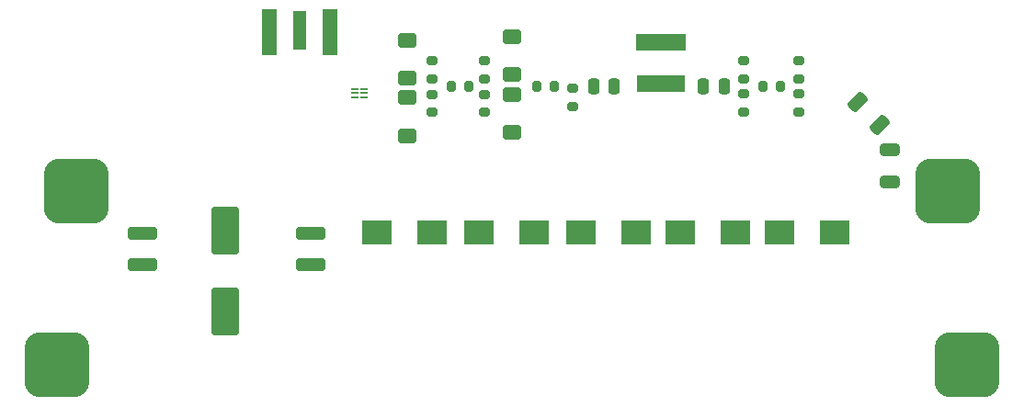
<source format=gbr>
%TF.GenerationSoftware,KiCad,Pcbnew,8.0.5*%
%TF.CreationDate,2024-11-14T08:39:16+01:00*%
%TF.ProjectId,LISN_5u,4c49534e-5f35-4752-9e6b-696361645f70,rev?*%
%TF.SameCoordinates,Original*%
%TF.FileFunction,Paste,Top*%
%TF.FilePolarity,Positive*%
%FSLAX46Y46*%
G04 Gerber Fmt 4.6, Leading zero omitted, Abs format (unit mm)*
G04 Created by KiCad (PCBNEW 8.0.5) date 2024-11-14 08:39:16*
%MOMM*%
%LPD*%
G01*
G04 APERTURE LIST*
G04 Aperture macros list*
%AMRoundRect*
0 Rectangle with rounded corners*
0 $1 Rounding radius*
0 $2 $3 $4 $5 $6 $7 $8 $9 X,Y pos of 4 corners*
0 Add a 4 corners polygon primitive as box body*
4,1,4,$2,$3,$4,$5,$6,$7,$8,$9,$2,$3,0*
0 Add four circle primitives for the rounded corners*
1,1,$1+$1,$2,$3*
1,1,$1+$1,$4,$5*
1,1,$1+$1,$6,$7*
1,1,$1+$1,$8,$9*
0 Add four rect primitives between the rounded corners*
20,1,$1+$1,$2,$3,$4,$5,0*
20,1,$1+$1,$4,$5,$6,$7,0*
20,1,$1+$1,$6,$7,$8,$9,0*
20,1,$1+$1,$8,$9,$2,$3,0*%
G04 Aperture macros list end*
%ADD10RoundRect,0.250000X-1.100000X0.325000X-1.100000X-0.325000X1.100000X-0.325000X1.100000X0.325000X0*%
%ADD11RoundRect,0.200000X-0.275000X0.200000X-0.275000X-0.200000X0.275000X-0.200000X0.275000X0.200000X0*%
%ADD12RoundRect,0.250000X-0.600000X0.400000X-0.600000X-0.400000X0.600000X-0.400000X0.600000X0.400000X0*%
%ADD13RoundRect,0.250000X-0.689429X-0.229810X-0.229810X-0.689429X0.689429X0.229810X0.229810X0.689429X0*%
%ADD14R,2.700000X2.200000*%
%ADD15RoundRect,0.200000X-0.200000X-0.275000X0.200000X-0.275000X0.200000X0.275000X-0.200000X0.275000X0*%
%ADD16RoundRect,1.500000X-1.500000X-1.500000X1.500000X-1.500000X1.500000X1.500000X-1.500000X1.500000X0*%
%ADD17RoundRect,0.250000X-0.650000X0.325000X-0.650000X-0.325000X0.650000X-0.325000X0.650000X0.325000X0*%
%ADD18RoundRect,0.250000X-0.250000X-0.475000X0.250000X-0.475000X0.250000X0.475000X-0.250000X0.475000X0*%
%ADD19R,0.675000X0.200000*%
%ADD20RoundRect,0.250000X-1.000000X1.950000X-1.000000X-1.950000X1.000000X-1.950000X1.000000X1.950000X0*%
%ADD21R,4.500000X1.550000*%
%ADD22R,4.550000X1.550000*%
%ADD23R,1.270000X3.600000*%
%ADD24R,1.350000X4.200000*%
G04 APERTURE END LIST*
D10*
%TO.C,C106*%
X96266000Y-89711000D03*
X96266000Y-92661000D03*
%TD*%
D11*
%TO.C,R111*%
X136144000Y-76899000D03*
X136144000Y-78549000D03*
%TD*%
%TO.C,R108*%
X107442000Y-76962000D03*
X107442000Y-78612000D03*
%TD*%
D12*
%TO.C,D102*%
X114808000Y-71628000D03*
X114808000Y-75128000D03*
%TD*%
D13*
%TO.C,C103*%
X146584983Y-77652983D03*
X148670949Y-79738949D03*
%TD*%
D14*
%TO.C,L106*%
X139426000Y-89662000D03*
X144526000Y-89662000D03*
%TD*%
D15*
%TO.C,R106*%
X117031000Y-76200000D03*
X118681000Y-76200000D03*
%TD*%
D16*
%TO.C,X104*%
X72856000Y-101854000D03*
%TD*%
D11*
%TO.C,R101*%
X107442000Y-73851000D03*
X107442000Y-75501000D03*
%TD*%
%TO.C,R102*%
X112268000Y-73851000D03*
X112268000Y-75501000D03*
%TD*%
D15*
%TO.C,R105*%
X109157000Y-76200000D03*
X110807000Y-76200000D03*
%TD*%
%TO.C,R107*%
X137859000Y-76200000D03*
X139509000Y-76200000D03*
%TD*%
D14*
%TO.C,L103*%
X111740000Y-89662000D03*
X116840000Y-89662000D03*
%TD*%
%TO.C,L104*%
X121138000Y-89662000D03*
X126238000Y-89662000D03*
%TD*%
D16*
%TO.C,X102*%
X74634000Y-85852000D03*
%TD*%
D10*
%TO.C,C105*%
X80772000Y-89711000D03*
X80772000Y-92661000D03*
%TD*%
D12*
%TO.C,D104*%
X114808000Y-76962000D03*
X114808000Y-80462000D03*
%TD*%
D17*
%TO.C,C104*%
X149606000Y-82042000D03*
X149606000Y-84992000D03*
%TD*%
D12*
%TO.C,D103*%
X105156000Y-77244000D03*
X105156000Y-80744000D03*
%TD*%
D14*
%TO.C,L102*%
X102342000Y-89662000D03*
X107442000Y-89662000D03*
%TD*%
D18*
%TO.C,C101*%
X122306001Y-76200000D03*
X124206001Y-76200000D03*
%TD*%
D19*
%TO.C,D105*%
X100288000Y-76416000D03*
X100288000Y-76816000D03*
X100288000Y-77216000D03*
X101163000Y-77216000D03*
X101163000Y-76816000D03*
X101163000Y-76416000D03*
%TD*%
D14*
%TO.C,L105*%
X130282000Y-89662000D03*
X135382000Y-89662000D03*
%TD*%
D16*
%TO.C,X105*%
X156676000Y-101854000D03*
%TD*%
D11*
%TO.C,R109*%
X112268000Y-76962000D03*
X112268000Y-78612000D03*
%TD*%
%TO.C,R103*%
X136144000Y-73851000D03*
X136144000Y-75501000D03*
%TD*%
D18*
%TO.C,C102*%
X132400000Y-76200000D03*
X134300000Y-76200000D03*
%TD*%
D20*
%TO.C,C107*%
X88350000Y-89518000D03*
X88350000Y-96918000D03*
%TD*%
D12*
%TO.C,D101*%
X105156000Y-71938000D03*
X105156000Y-75438000D03*
%TD*%
D21*
%TO.C,L101*%
X128524000Y-75945999D03*
D22*
X128524000Y-72095999D03*
%TD*%
D11*
%TO.C,R112*%
X141224000Y-76899000D03*
X141224000Y-78549000D03*
%TD*%
%TO.C,R104*%
X141224000Y-73851000D03*
X141224000Y-75501000D03*
%TD*%
D23*
%TO.C,X101*%
X95208000Y-71010500D03*
D24*
X98033000Y-71210500D03*
X92383000Y-71210500D03*
%TD*%
D16*
%TO.C,X103*%
X154898000Y-85852000D03*
%TD*%
D11*
%TO.C,R110*%
X120396000Y-76391000D03*
X120396000Y-78041000D03*
%TD*%
M02*

</source>
